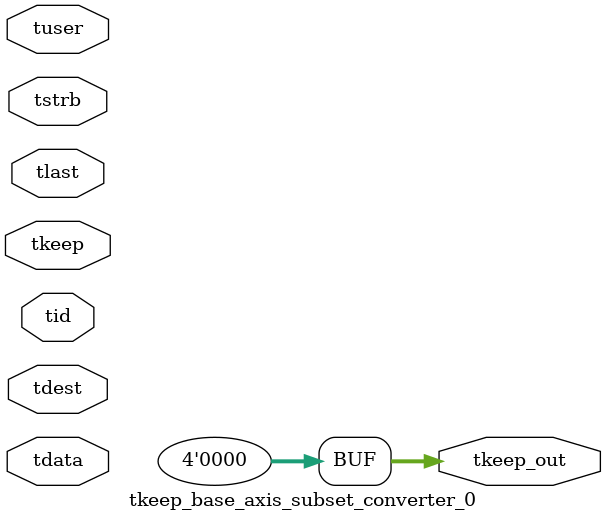
<source format=v>


`timescale 1ps/1ps

module tkeep_base_axis_subset_converter_0 #
(
parameter C_S_AXIS_TDATA_WIDTH = 32,
parameter C_S_AXIS_TUSER_WIDTH = 0,
parameter C_S_AXIS_TID_WIDTH   = 0,
parameter C_S_AXIS_TDEST_WIDTH = 0,
parameter C_M_AXIS_TDATA_WIDTH = 32
)
(
input  [(C_S_AXIS_TDATA_WIDTH == 0 ? 1 : C_S_AXIS_TDATA_WIDTH)-1:0     ] tdata,
input  [(C_S_AXIS_TUSER_WIDTH == 0 ? 1 : C_S_AXIS_TUSER_WIDTH)-1:0     ] tuser,
input  [(C_S_AXIS_TID_WIDTH   == 0 ? 1 : C_S_AXIS_TID_WIDTH)-1:0       ] tid,
input  [(C_S_AXIS_TDEST_WIDTH == 0 ? 1 : C_S_AXIS_TDEST_WIDTH)-1:0     ] tdest,
input  [(C_S_AXIS_TDATA_WIDTH/8)-1:0 ] tkeep,
input  [(C_S_AXIS_TDATA_WIDTH/8)-1:0 ] tstrb,
input                                                                    tlast,
output [(C_M_AXIS_TDATA_WIDTH/8)-1:0 ] tkeep_out
);

assign tkeep_out = {1'b0};

endmodule


</source>
